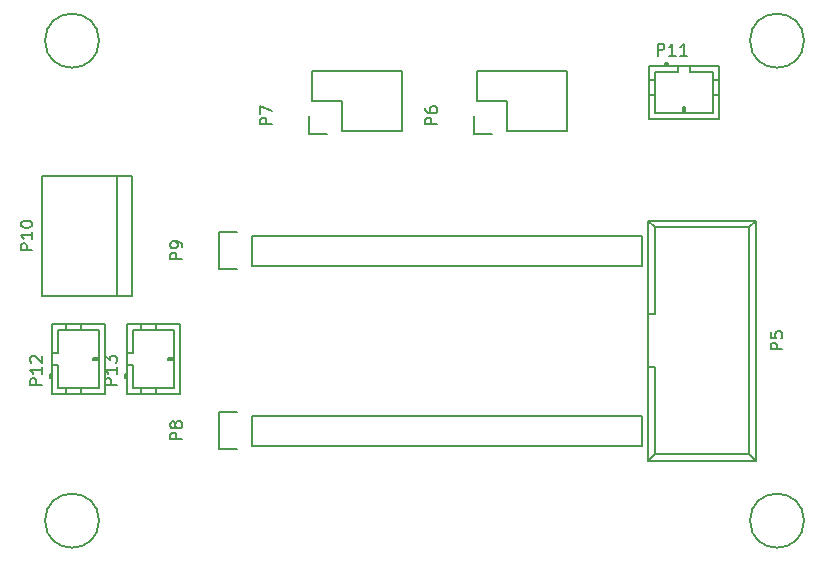
<source format=gbr>
G04 #@! TF.FileFunction,Legend,Top*
%FSLAX46Y46*%
G04 Gerber Fmt 4.6, Leading zero omitted, Abs format (unit mm)*
G04 Created by KiCad (PCBNEW 4.0.6+dfsg1-1) date Wed Nov  1 12:50:46 2017*
%MOMM*%
%LPD*%
G01*
G04 APERTURE LIST*
%ADD10C,0.050000*%
%ADD11C,0.150000*%
G04 APERTURE END LIST*
D10*
D11*
X135890000Y-99060000D02*
X140970000Y-99060000D01*
X133070000Y-99340000D02*
X133070000Y-97790000D01*
X133350000Y-96520000D02*
X135890000Y-96520000D01*
X135890000Y-96520000D02*
X135890000Y-99060000D01*
X140970000Y-99060000D02*
X140970000Y-93980000D01*
X140970000Y-93980000D02*
X135890000Y-93980000D01*
X133070000Y-99340000D02*
X134620000Y-99340000D01*
X133350000Y-93980000D02*
X133350000Y-96520000D01*
X135890000Y-93980000D02*
X133350000Y-93980000D01*
X121920000Y-99060000D02*
X127000000Y-99060000D01*
X119100000Y-99340000D02*
X119100000Y-97790000D01*
X119380000Y-96520000D02*
X121920000Y-96520000D01*
X121920000Y-96520000D02*
X121920000Y-99060000D01*
X127000000Y-99060000D02*
X127000000Y-93980000D01*
X127000000Y-93980000D02*
X121920000Y-93980000D01*
X119100000Y-99340000D02*
X120650000Y-99340000D01*
X119380000Y-93980000D02*
X119380000Y-96520000D01*
X121920000Y-93980000D02*
X119380000Y-93980000D01*
X114300000Y-125730000D02*
X147320000Y-125730000D01*
X147320000Y-125730000D02*
X147320000Y-123190000D01*
X147320000Y-123190000D02*
X114300000Y-123190000D01*
X111480000Y-122910000D02*
X113030000Y-122910000D01*
X114300000Y-123190000D02*
X114300000Y-125730000D01*
X113030000Y-126010000D02*
X111480000Y-126010000D01*
X111480000Y-126010000D02*
X111480000Y-122910000D01*
X114300000Y-110490000D02*
X147320000Y-110490000D01*
X147320000Y-110490000D02*
X147320000Y-107950000D01*
X147320000Y-107950000D02*
X114300000Y-107950000D01*
X111480000Y-107670000D02*
X113030000Y-107670000D01*
X114300000Y-107950000D02*
X114300000Y-110490000D01*
X113030000Y-110770000D02*
X111480000Y-110770000D01*
X111480000Y-110770000D02*
X111480000Y-107670000D01*
X147910000Y-98050000D02*
X147910000Y-93550000D01*
X147910000Y-93550000D02*
X153810000Y-93550000D01*
X153810000Y-93550000D02*
X153810000Y-98050000D01*
X153810000Y-98050000D02*
X147910000Y-98050000D01*
X150360000Y-93550000D02*
X150360000Y-94050000D01*
X150360000Y-94050000D02*
X148410000Y-94050000D01*
X148410000Y-94050000D02*
X148410000Y-97550000D01*
X148410000Y-97550000D02*
X153310000Y-97550000D01*
X153310000Y-97550000D02*
X153310000Y-94050000D01*
X153310000Y-94050000D02*
X151360000Y-94050000D01*
X151360000Y-94050000D02*
X151360000Y-93550000D01*
X147910000Y-94750000D02*
X148410000Y-94750000D01*
X147910000Y-96050000D02*
X148410000Y-96050000D01*
X153310000Y-94750000D02*
X153810000Y-94750000D01*
X153310000Y-96050000D02*
X153810000Y-96050000D01*
X149560000Y-93550000D02*
X149560000Y-93350000D01*
X149560000Y-93350000D02*
X149260000Y-93350000D01*
X149260000Y-93350000D02*
X149260000Y-93550000D01*
X149560000Y-93450000D02*
X149260000Y-93450000D01*
X150760000Y-97550000D02*
X150760000Y-97050000D01*
X150760000Y-97050000D02*
X150960000Y-97050000D01*
X150960000Y-97050000D02*
X150960000Y-97550000D01*
X150860000Y-97550000D02*
X150860000Y-97050000D01*
X101860000Y-121330000D02*
X97360000Y-121330000D01*
X97360000Y-121330000D02*
X97360000Y-115430000D01*
X97360000Y-115430000D02*
X101860000Y-115430000D01*
X101860000Y-115430000D02*
X101860000Y-121330000D01*
X97360000Y-118880000D02*
X97860000Y-118880000D01*
X97860000Y-118880000D02*
X97860000Y-120830000D01*
X97860000Y-120830000D02*
X101360000Y-120830000D01*
X101360000Y-120830000D02*
X101360000Y-115930000D01*
X101360000Y-115930000D02*
X97860000Y-115930000D01*
X97860000Y-115930000D02*
X97860000Y-117880000D01*
X97860000Y-117880000D02*
X97360000Y-117880000D01*
X98560000Y-121330000D02*
X98560000Y-120830000D01*
X99860000Y-121330000D02*
X99860000Y-120830000D01*
X98560000Y-115930000D02*
X98560000Y-115430000D01*
X99860000Y-115930000D02*
X99860000Y-115430000D01*
X97360000Y-119680000D02*
X97160000Y-119680000D01*
X97160000Y-119680000D02*
X97160000Y-119980000D01*
X97160000Y-119980000D02*
X97360000Y-119980000D01*
X97260000Y-119680000D02*
X97260000Y-119980000D01*
X101360000Y-118480000D02*
X100860000Y-118480000D01*
X100860000Y-118480000D02*
X100860000Y-118280000D01*
X100860000Y-118280000D02*
X101360000Y-118280000D01*
X101360000Y-118380000D02*
X100860000Y-118380000D01*
X108210000Y-121330000D02*
X103710000Y-121330000D01*
X103710000Y-121330000D02*
X103710000Y-115430000D01*
X103710000Y-115430000D02*
X108210000Y-115430000D01*
X108210000Y-115430000D02*
X108210000Y-121330000D01*
X103710000Y-118880000D02*
X104210000Y-118880000D01*
X104210000Y-118880000D02*
X104210000Y-120830000D01*
X104210000Y-120830000D02*
X107710000Y-120830000D01*
X107710000Y-120830000D02*
X107710000Y-115930000D01*
X107710000Y-115930000D02*
X104210000Y-115930000D01*
X104210000Y-115930000D02*
X104210000Y-117880000D01*
X104210000Y-117880000D02*
X103710000Y-117880000D01*
X104910000Y-121330000D02*
X104910000Y-120830000D01*
X106210000Y-121330000D02*
X106210000Y-120830000D01*
X104910000Y-115930000D02*
X104910000Y-115430000D01*
X106210000Y-115930000D02*
X106210000Y-115430000D01*
X103710000Y-119680000D02*
X103510000Y-119680000D01*
X103510000Y-119680000D02*
X103510000Y-119980000D01*
X103510000Y-119980000D02*
X103710000Y-119980000D01*
X103610000Y-119680000D02*
X103610000Y-119980000D01*
X107710000Y-118480000D02*
X107210000Y-118480000D01*
X107210000Y-118480000D02*
X107210000Y-118280000D01*
X107210000Y-118280000D02*
X107710000Y-118280000D01*
X107710000Y-118380000D02*
X107210000Y-118380000D01*
X161036000Y-91440000D02*
G75*
G03X161036000Y-91440000I-2286000J0D01*
G01*
X101346000Y-91440000D02*
G75*
G03X101346000Y-91440000I-2286000J0D01*
G01*
X161036000Y-132080000D02*
G75*
G03X161036000Y-132080000I-2286000J0D01*
G01*
X101346000Y-132080000D02*
G75*
G03X101346000Y-132080000I-2286000J0D01*
G01*
X102870000Y-102870000D02*
X102870000Y-113030000D01*
X104140000Y-102870000D02*
X96520000Y-102870000D01*
X96520000Y-102870000D02*
X96520000Y-113030000D01*
X96520000Y-113030000D02*
X104140000Y-113030000D01*
X104140000Y-113030000D02*
X104140000Y-102870000D01*
X156950000Y-106680000D02*
X156950000Y-127000000D01*
X156400000Y-107220000D02*
X156400000Y-126440000D01*
X147850000Y-106680000D02*
X147850000Y-127000000D01*
X148400000Y-107220000D02*
X148400000Y-114590000D01*
X148400000Y-119090000D02*
X148400000Y-126440000D01*
X148400000Y-114590000D02*
X147850000Y-114590000D01*
X148400000Y-119090000D02*
X147850000Y-119090000D01*
X156950000Y-106680000D02*
X147850000Y-106680000D01*
X156400000Y-107220000D02*
X148400000Y-107220000D01*
X156950000Y-127000000D02*
X147850000Y-127000000D01*
X156400000Y-126440000D02*
X148400000Y-126440000D01*
X156950000Y-106680000D02*
X156400000Y-107220000D01*
X156950000Y-127000000D02*
X156400000Y-126440000D01*
X147850000Y-106680000D02*
X148400000Y-107220000D01*
X147850000Y-127000000D02*
X148400000Y-126440000D01*
X129972381Y-98528095D02*
X128972381Y-98528095D01*
X128972381Y-98147142D01*
X129020000Y-98051904D01*
X129067619Y-98004285D01*
X129162857Y-97956666D01*
X129305714Y-97956666D01*
X129400952Y-98004285D01*
X129448571Y-98051904D01*
X129496190Y-98147142D01*
X129496190Y-98528095D01*
X128972381Y-97099523D02*
X128972381Y-97290000D01*
X129020000Y-97385238D01*
X129067619Y-97432857D01*
X129210476Y-97528095D01*
X129400952Y-97575714D01*
X129781905Y-97575714D01*
X129877143Y-97528095D01*
X129924762Y-97480476D01*
X129972381Y-97385238D01*
X129972381Y-97194761D01*
X129924762Y-97099523D01*
X129877143Y-97051904D01*
X129781905Y-97004285D01*
X129543810Y-97004285D01*
X129448571Y-97051904D01*
X129400952Y-97099523D01*
X129353333Y-97194761D01*
X129353333Y-97385238D01*
X129400952Y-97480476D01*
X129448571Y-97528095D01*
X129543810Y-97575714D01*
X116002381Y-98528095D02*
X115002381Y-98528095D01*
X115002381Y-98147142D01*
X115050000Y-98051904D01*
X115097619Y-98004285D01*
X115192857Y-97956666D01*
X115335714Y-97956666D01*
X115430952Y-98004285D01*
X115478571Y-98051904D01*
X115526190Y-98147142D01*
X115526190Y-98528095D01*
X115002381Y-97623333D02*
X115002381Y-96956666D01*
X116002381Y-97385238D01*
X108382381Y-125198095D02*
X107382381Y-125198095D01*
X107382381Y-124817142D01*
X107430000Y-124721904D01*
X107477619Y-124674285D01*
X107572857Y-124626666D01*
X107715714Y-124626666D01*
X107810952Y-124674285D01*
X107858571Y-124721904D01*
X107906190Y-124817142D01*
X107906190Y-125198095D01*
X107810952Y-124055238D02*
X107763333Y-124150476D01*
X107715714Y-124198095D01*
X107620476Y-124245714D01*
X107572857Y-124245714D01*
X107477619Y-124198095D01*
X107430000Y-124150476D01*
X107382381Y-124055238D01*
X107382381Y-123864761D01*
X107430000Y-123769523D01*
X107477619Y-123721904D01*
X107572857Y-123674285D01*
X107620476Y-123674285D01*
X107715714Y-123721904D01*
X107763333Y-123769523D01*
X107810952Y-123864761D01*
X107810952Y-124055238D01*
X107858571Y-124150476D01*
X107906190Y-124198095D01*
X108001429Y-124245714D01*
X108191905Y-124245714D01*
X108287143Y-124198095D01*
X108334762Y-124150476D01*
X108382381Y-124055238D01*
X108382381Y-123864761D01*
X108334762Y-123769523D01*
X108287143Y-123721904D01*
X108191905Y-123674285D01*
X108001429Y-123674285D01*
X107906190Y-123721904D01*
X107858571Y-123769523D01*
X107810952Y-123864761D01*
X108382381Y-109958095D02*
X107382381Y-109958095D01*
X107382381Y-109577142D01*
X107430000Y-109481904D01*
X107477619Y-109434285D01*
X107572857Y-109386666D01*
X107715714Y-109386666D01*
X107810952Y-109434285D01*
X107858571Y-109481904D01*
X107906190Y-109577142D01*
X107906190Y-109958095D01*
X108382381Y-108910476D02*
X108382381Y-108720000D01*
X108334762Y-108624761D01*
X108287143Y-108577142D01*
X108144286Y-108481904D01*
X107953810Y-108434285D01*
X107572857Y-108434285D01*
X107477619Y-108481904D01*
X107430000Y-108529523D01*
X107382381Y-108624761D01*
X107382381Y-108815238D01*
X107430000Y-108910476D01*
X107477619Y-108958095D01*
X107572857Y-109005714D01*
X107810952Y-109005714D01*
X107906190Y-108958095D01*
X107953810Y-108910476D01*
X108001429Y-108815238D01*
X108001429Y-108624761D01*
X107953810Y-108529523D01*
X107906190Y-108481904D01*
X107810952Y-108434285D01*
X148645714Y-92702381D02*
X148645714Y-91702381D01*
X149026667Y-91702381D01*
X149121905Y-91750000D01*
X149169524Y-91797619D01*
X149217143Y-91892857D01*
X149217143Y-92035714D01*
X149169524Y-92130952D01*
X149121905Y-92178571D01*
X149026667Y-92226190D01*
X148645714Y-92226190D01*
X150169524Y-92702381D02*
X149598095Y-92702381D01*
X149883809Y-92702381D02*
X149883809Y-91702381D01*
X149788571Y-91845238D01*
X149693333Y-91940476D01*
X149598095Y-91988095D01*
X151121905Y-92702381D02*
X150550476Y-92702381D01*
X150836190Y-92702381D02*
X150836190Y-91702381D01*
X150740952Y-91845238D01*
X150645714Y-91940476D01*
X150550476Y-91988095D01*
X96512381Y-120594286D02*
X95512381Y-120594286D01*
X95512381Y-120213333D01*
X95560000Y-120118095D01*
X95607619Y-120070476D01*
X95702857Y-120022857D01*
X95845714Y-120022857D01*
X95940952Y-120070476D01*
X95988571Y-120118095D01*
X96036190Y-120213333D01*
X96036190Y-120594286D01*
X96512381Y-119070476D02*
X96512381Y-119641905D01*
X96512381Y-119356191D02*
X95512381Y-119356191D01*
X95655238Y-119451429D01*
X95750476Y-119546667D01*
X95798095Y-119641905D01*
X95607619Y-118689524D02*
X95560000Y-118641905D01*
X95512381Y-118546667D01*
X95512381Y-118308571D01*
X95560000Y-118213333D01*
X95607619Y-118165714D01*
X95702857Y-118118095D01*
X95798095Y-118118095D01*
X95940952Y-118165714D01*
X96512381Y-118737143D01*
X96512381Y-118118095D01*
X102862381Y-120594286D02*
X101862381Y-120594286D01*
X101862381Y-120213333D01*
X101910000Y-120118095D01*
X101957619Y-120070476D01*
X102052857Y-120022857D01*
X102195714Y-120022857D01*
X102290952Y-120070476D01*
X102338571Y-120118095D01*
X102386190Y-120213333D01*
X102386190Y-120594286D01*
X102862381Y-119070476D02*
X102862381Y-119641905D01*
X102862381Y-119356191D02*
X101862381Y-119356191D01*
X102005238Y-119451429D01*
X102100476Y-119546667D01*
X102148095Y-119641905D01*
X101862381Y-118737143D02*
X101862381Y-118118095D01*
X102243333Y-118451429D01*
X102243333Y-118308571D01*
X102290952Y-118213333D01*
X102338571Y-118165714D01*
X102433810Y-118118095D01*
X102671905Y-118118095D01*
X102767143Y-118165714D01*
X102814762Y-118213333D01*
X102862381Y-118308571D01*
X102862381Y-118594286D01*
X102814762Y-118689524D01*
X102767143Y-118737143D01*
X95702381Y-109164286D02*
X94702381Y-109164286D01*
X94702381Y-108783333D01*
X94750000Y-108688095D01*
X94797619Y-108640476D01*
X94892857Y-108592857D01*
X95035714Y-108592857D01*
X95130952Y-108640476D01*
X95178571Y-108688095D01*
X95226190Y-108783333D01*
X95226190Y-109164286D01*
X95702381Y-107640476D02*
X95702381Y-108211905D01*
X95702381Y-107926191D02*
X94702381Y-107926191D01*
X94845238Y-108021429D01*
X94940476Y-108116667D01*
X94988095Y-108211905D01*
X94702381Y-107021429D02*
X94702381Y-106926190D01*
X94750000Y-106830952D01*
X94797619Y-106783333D01*
X94892857Y-106735714D01*
X95083333Y-106688095D01*
X95321429Y-106688095D01*
X95511905Y-106735714D01*
X95607143Y-106783333D01*
X95654762Y-106830952D01*
X95702381Y-106926190D01*
X95702381Y-107021429D01*
X95654762Y-107116667D01*
X95607143Y-107164286D01*
X95511905Y-107211905D01*
X95321429Y-107259524D01*
X95083333Y-107259524D01*
X94892857Y-107211905D01*
X94797619Y-107164286D01*
X94750000Y-107116667D01*
X94702381Y-107021429D01*
X159202381Y-117578095D02*
X158202381Y-117578095D01*
X158202381Y-117197142D01*
X158250000Y-117101904D01*
X158297619Y-117054285D01*
X158392857Y-117006666D01*
X158535714Y-117006666D01*
X158630952Y-117054285D01*
X158678571Y-117101904D01*
X158726190Y-117197142D01*
X158726190Y-117578095D01*
X158202381Y-116101904D02*
X158202381Y-116578095D01*
X158678571Y-116625714D01*
X158630952Y-116578095D01*
X158583333Y-116482857D01*
X158583333Y-116244761D01*
X158630952Y-116149523D01*
X158678571Y-116101904D01*
X158773810Y-116054285D01*
X159011905Y-116054285D01*
X159107143Y-116101904D01*
X159154762Y-116149523D01*
X159202381Y-116244761D01*
X159202381Y-116482857D01*
X159154762Y-116578095D01*
X159107143Y-116625714D01*
M02*

</source>
